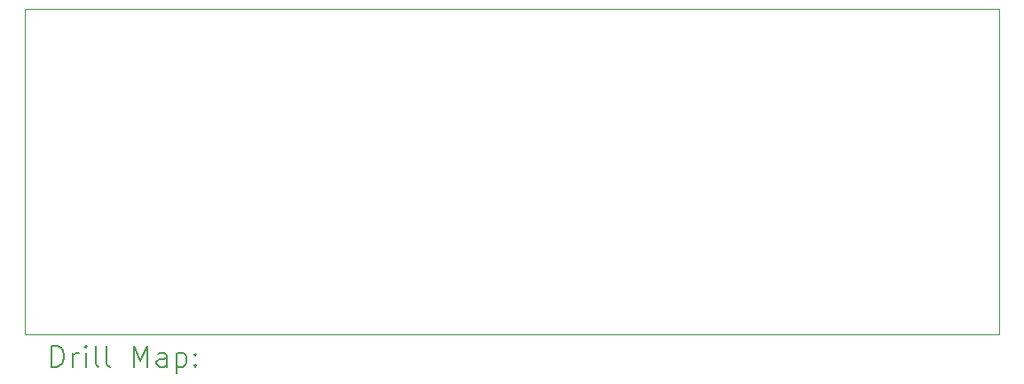
<source format=gbr>
%TF.GenerationSoftware,KiCad,Pcbnew,8.0.7*%
%TF.CreationDate,2025-05-18T15:53:21-04:00*%
%TF.ProjectId,protovolt,70726f74-6f76-46f6-9c74-2e6b69636164,rev?*%
%TF.SameCoordinates,Original*%
%TF.FileFunction,Drillmap*%
%TF.FilePolarity,Positive*%
%FSLAX45Y45*%
G04 Gerber Fmt 4.5, Leading zero omitted, Abs format (unit mm)*
G04 Created by KiCad (PCBNEW 8.0.7) date 2025-05-18 15:53:21*
%MOMM*%
%LPD*%
G01*
G04 APERTURE LIST*
%ADD10C,0.050000*%
%ADD11C,0.200000*%
G04 APERTURE END LIST*
D10*
X12550000Y-9750000D02*
X21850000Y-9750000D01*
X21850000Y-12850000D01*
X12550000Y-12850000D01*
X12550000Y-9750000D01*
D11*
X12808277Y-13163984D02*
X12808277Y-12963984D01*
X12808277Y-12963984D02*
X12855896Y-12963984D01*
X12855896Y-12963984D02*
X12884467Y-12973508D01*
X12884467Y-12973508D02*
X12903515Y-12992555D01*
X12903515Y-12992555D02*
X12913039Y-13011603D01*
X12913039Y-13011603D02*
X12922562Y-13049698D01*
X12922562Y-13049698D02*
X12922562Y-13078269D01*
X12922562Y-13078269D02*
X12913039Y-13116365D01*
X12913039Y-13116365D02*
X12903515Y-13135412D01*
X12903515Y-13135412D02*
X12884467Y-13154460D01*
X12884467Y-13154460D02*
X12855896Y-13163984D01*
X12855896Y-13163984D02*
X12808277Y-13163984D01*
X13008277Y-13163984D02*
X13008277Y-13030650D01*
X13008277Y-13068746D02*
X13017801Y-13049698D01*
X13017801Y-13049698D02*
X13027324Y-13040174D01*
X13027324Y-13040174D02*
X13046372Y-13030650D01*
X13046372Y-13030650D02*
X13065420Y-13030650D01*
X13132086Y-13163984D02*
X13132086Y-13030650D01*
X13132086Y-12963984D02*
X13122562Y-12973508D01*
X13122562Y-12973508D02*
X13132086Y-12983031D01*
X13132086Y-12983031D02*
X13141610Y-12973508D01*
X13141610Y-12973508D02*
X13132086Y-12963984D01*
X13132086Y-12963984D02*
X13132086Y-12983031D01*
X13255896Y-13163984D02*
X13236848Y-13154460D01*
X13236848Y-13154460D02*
X13227324Y-13135412D01*
X13227324Y-13135412D02*
X13227324Y-12963984D01*
X13360658Y-13163984D02*
X13341610Y-13154460D01*
X13341610Y-13154460D02*
X13332086Y-13135412D01*
X13332086Y-13135412D02*
X13332086Y-12963984D01*
X13589229Y-13163984D02*
X13589229Y-12963984D01*
X13589229Y-12963984D02*
X13655896Y-13106841D01*
X13655896Y-13106841D02*
X13722562Y-12963984D01*
X13722562Y-12963984D02*
X13722562Y-13163984D01*
X13903515Y-13163984D02*
X13903515Y-13059222D01*
X13903515Y-13059222D02*
X13893991Y-13040174D01*
X13893991Y-13040174D02*
X13874943Y-13030650D01*
X13874943Y-13030650D02*
X13836848Y-13030650D01*
X13836848Y-13030650D02*
X13817801Y-13040174D01*
X13903515Y-13154460D02*
X13884467Y-13163984D01*
X13884467Y-13163984D02*
X13836848Y-13163984D01*
X13836848Y-13163984D02*
X13817801Y-13154460D01*
X13817801Y-13154460D02*
X13808277Y-13135412D01*
X13808277Y-13135412D02*
X13808277Y-13116365D01*
X13808277Y-13116365D02*
X13817801Y-13097317D01*
X13817801Y-13097317D02*
X13836848Y-13087793D01*
X13836848Y-13087793D02*
X13884467Y-13087793D01*
X13884467Y-13087793D02*
X13903515Y-13078269D01*
X13998753Y-13030650D02*
X13998753Y-13230650D01*
X13998753Y-13040174D02*
X14017801Y-13030650D01*
X14017801Y-13030650D02*
X14055896Y-13030650D01*
X14055896Y-13030650D02*
X14074943Y-13040174D01*
X14074943Y-13040174D02*
X14084467Y-13049698D01*
X14084467Y-13049698D02*
X14093991Y-13068746D01*
X14093991Y-13068746D02*
X14093991Y-13125888D01*
X14093991Y-13125888D02*
X14084467Y-13144936D01*
X14084467Y-13144936D02*
X14074943Y-13154460D01*
X14074943Y-13154460D02*
X14055896Y-13163984D01*
X14055896Y-13163984D02*
X14017801Y-13163984D01*
X14017801Y-13163984D02*
X13998753Y-13154460D01*
X14179705Y-13144936D02*
X14189229Y-13154460D01*
X14189229Y-13154460D02*
X14179705Y-13163984D01*
X14179705Y-13163984D02*
X14170182Y-13154460D01*
X14170182Y-13154460D02*
X14179705Y-13144936D01*
X14179705Y-13144936D02*
X14179705Y-13163984D01*
X14179705Y-13040174D02*
X14189229Y-13049698D01*
X14189229Y-13049698D02*
X14179705Y-13059222D01*
X14179705Y-13059222D02*
X14170182Y-13049698D01*
X14170182Y-13049698D02*
X14179705Y-13040174D01*
X14179705Y-13040174D02*
X14179705Y-13059222D01*
M02*

</source>
